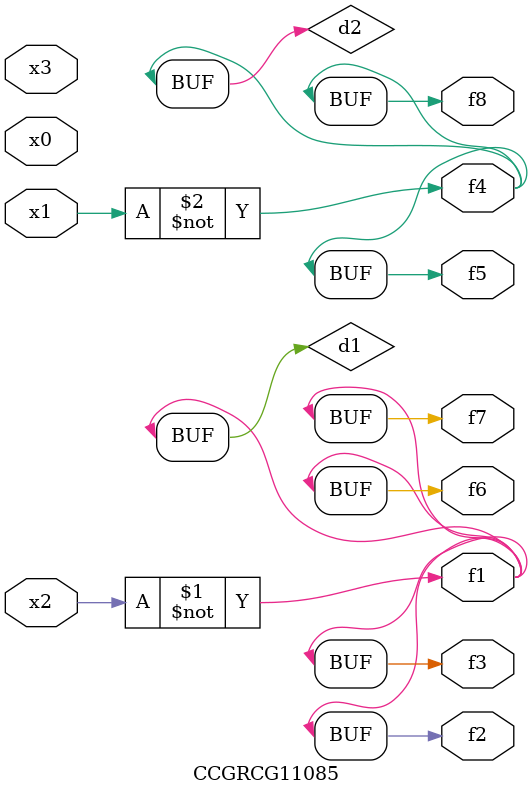
<source format=v>
module CCGRCG11085(
	input x0, x1, x2, x3,
	output f1, f2, f3, f4, f5, f6, f7, f8
);

	wire d1, d2;

	xnor (d1, x2);
	not (d2, x1);
	assign f1 = d1;
	assign f2 = d1;
	assign f3 = d1;
	assign f4 = d2;
	assign f5 = d2;
	assign f6 = d1;
	assign f7 = d1;
	assign f8 = d2;
endmodule

</source>
